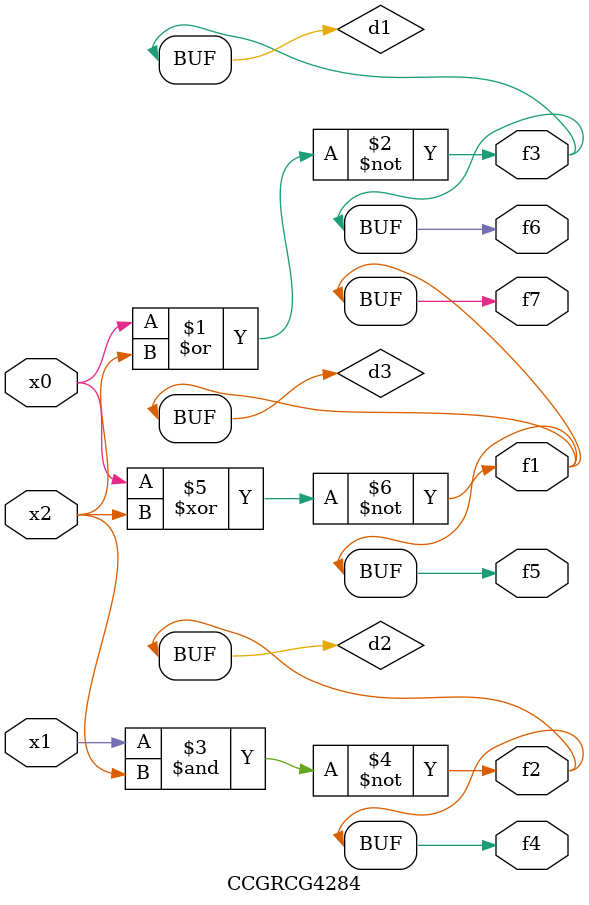
<source format=v>
module CCGRCG4284(
	input x0, x1, x2,
	output f1, f2, f3, f4, f5, f6, f7
);

	wire d1, d2, d3;

	nor (d1, x0, x2);
	nand (d2, x1, x2);
	xnor (d3, x0, x2);
	assign f1 = d3;
	assign f2 = d2;
	assign f3 = d1;
	assign f4 = d2;
	assign f5 = d3;
	assign f6 = d1;
	assign f7 = d3;
endmodule

</source>
